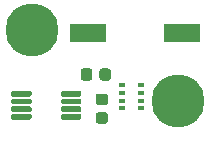
<source format=gbr>
%TF.GenerationSoftware,KiCad,Pcbnew,(5.1.6)-1*%
%TF.CreationDate,2020-12-16T03:54:26+01:00*%
%TF.ProjectId,envboard,656e7662-6f61-4726-942e-6b696361645f,rev?*%
%TF.SameCoordinates,Original*%
%TF.FileFunction,Soldermask,Top*%
%TF.FilePolarity,Negative*%
%FSLAX46Y46*%
G04 Gerber Fmt 4.6, Leading zero omitted, Abs format (unit mm)*
G04 Created by KiCad (PCBNEW (5.1.6)-1) date 2020-12-16 03:54:26*
%MOMM*%
%LPD*%
G01*
G04 APERTURE LIST*
%ADD10R,0.600000X0.450000*%
%ADD11R,3.100000X1.500000*%
%ADD12C,0.800000*%
%ADD13C,4.500000*%
G04 APERTURE END LIST*
D10*
%TO.C,U2*%
X52400000Y-50900000D03*
X54000000Y-51550000D03*
X54000000Y-52200000D03*
X54000000Y-52850000D03*
X52400000Y-51550000D03*
X52400000Y-52200000D03*
X52400000Y-52850000D03*
X54000000Y-50900000D03*
%TD*%
%TO.C,U1*%
G36*
G01*
X44750000Y-53450000D02*
X44750000Y-53700000D01*
G75*
G02*
X44625000Y-53825000I-125000J0D01*
G01*
X43150000Y-53825000D01*
G75*
G02*
X43025000Y-53700000I0J125000D01*
G01*
X43025000Y-53450000D01*
G75*
G02*
X43150000Y-53325000I125000J0D01*
G01*
X44625000Y-53325000D01*
G75*
G02*
X44750000Y-53450000I0J-125000D01*
G01*
G37*
G36*
G01*
X44750000Y-52800000D02*
X44750000Y-53050000D01*
G75*
G02*
X44625000Y-53175000I-125000J0D01*
G01*
X43150000Y-53175000D01*
G75*
G02*
X43025000Y-53050000I0J125000D01*
G01*
X43025000Y-52800000D01*
G75*
G02*
X43150000Y-52675000I125000J0D01*
G01*
X44625000Y-52675000D01*
G75*
G02*
X44750000Y-52800000I0J-125000D01*
G01*
G37*
G36*
G01*
X44750000Y-52150000D02*
X44750000Y-52400000D01*
G75*
G02*
X44625000Y-52525000I-125000J0D01*
G01*
X43150000Y-52525000D01*
G75*
G02*
X43025000Y-52400000I0J125000D01*
G01*
X43025000Y-52150000D01*
G75*
G02*
X43150000Y-52025000I125000J0D01*
G01*
X44625000Y-52025000D01*
G75*
G02*
X44750000Y-52150000I0J-125000D01*
G01*
G37*
G36*
G01*
X44750000Y-51500000D02*
X44750000Y-51750000D01*
G75*
G02*
X44625000Y-51875000I-125000J0D01*
G01*
X43150000Y-51875000D01*
G75*
G02*
X43025000Y-51750000I0J125000D01*
G01*
X43025000Y-51500000D01*
G75*
G02*
X43150000Y-51375000I125000J0D01*
G01*
X44625000Y-51375000D01*
G75*
G02*
X44750000Y-51500000I0J-125000D01*
G01*
G37*
G36*
G01*
X48975000Y-51500000D02*
X48975000Y-51750000D01*
G75*
G02*
X48850000Y-51875000I-125000J0D01*
G01*
X47375000Y-51875000D01*
G75*
G02*
X47250000Y-51750000I0J125000D01*
G01*
X47250000Y-51500000D01*
G75*
G02*
X47375000Y-51375000I125000J0D01*
G01*
X48850000Y-51375000D01*
G75*
G02*
X48975000Y-51500000I0J-125000D01*
G01*
G37*
G36*
G01*
X48975000Y-52150000D02*
X48975000Y-52400000D01*
G75*
G02*
X48850000Y-52525000I-125000J0D01*
G01*
X47375000Y-52525000D01*
G75*
G02*
X47250000Y-52400000I0J125000D01*
G01*
X47250000Y-52150000D01*
G75*
G02*
X47375000Y-52025000I125000J0D01*
G01*
X48850000Y-52025000D01*
G75*
G02*
X48975000Y-52150000I0J-125000D01*
G01*
G37*
G36*
G01*
X48975000Y-52800000D02*
X48975000Y-53050000D01*
G75*
G02*
X48850000Y-53175000I-125000J0D01*
G01*
X47375000Y-53175000D01*
G75*
G02*
X47250000Y-53050000I0J125000D01*
G01*
X47250000Y-52800000D01*
G75*
G02*
X47375000Y-52675000I125000J0D01*
G01*
X48850000Y-52675000D01*
G75*
G02*
X48975000Y-52800000I0J-125000D01*
G01*
G37*
G36*
G01*
X48975000Y-53450000D02*
X48975000Y-53700000D01*
G75*
G02*
X48850000Y-53825000I-125000J0D01*
G01*
X47375000Y-53825000D01*
G75*
G02*
X47250000Y-53700000I0J125000D01*
G01*
X47250000Y-53450000D01*
G75*
G02*
X47375000Y-53325000I125000J0D01*
G01*
X48850000Y-53325000D01*
G75*
G02*
X48975000Y-53450000I0J-125000D01*
G01*
G37*
%TD*%
D11*
%TO.C,SW1*%
X49500000Y-46500000D03*
X57500000Y-46500000D03*
%TD*%
D12*
%TO.C,H2*%
X58333452Y-51083274D03*
X57166726Y-50600000D03*
X56000000Y-51083274D03*
X55516726Y-52250000D03*
X56000000Y-53416726D03*
X57166726Y-53900000D03*
X58333452Y-53416726D03*
X58816726Y-52250000D03*
D13*
X57166726Y-52250000D03*
%TD*%
D12*
%TO.C,H1*%
X45916726Y-45083274D03*
X44750000Y-44600000D03*
X43583274Y-45083274D03*
X43100000Y-46250000D03*
X43583274Y-47416726D03*
X44750000Y-47900000D03*
X45916726Y-47416726D03*
X46400000Y-46250000D03*
D13*
X44750000Y-46250000D03*
%TD*%
%TO.C,C2*%
G36*
G01*
X50981250Y-52587500D02*
X50418750Y-52587500D01*
G75*
G02*
X50175000Y-52343750I0J243750D01*
G01*
X50175000Y-51856250D01*
G75*
G02*
X50418750Y-51612500I243750J0D01*
G01*
X50981250Y-51612500D01*
G75*
G02*
X51225000Y-51856250I0J-243750D01*
G01*
X51225000Y-52343750D01*
G75*
G02*
X50981250Y-52587500I-243750J0D01*
G01*
G37*
G36*
G01*
X50981250Y-54162500D02*
X50418750Y-54162500D01*
G75*
G02*
X50175000Y-53918750I0J243750D01*
G01*
X50175000Y-53431250D01*
G75*
G02*
X50418750Y-53187500I243750J0D01*
G01*
X50981250Y-53187500D01*
G75*
G02*
X51225000Y-53431250I0J-243750D01*
G01*
X51225000Y-53918750D01*
G75*
G02*
X50981250Y-54162500I-243750J0D01*
G01*
G37*
%TD*%
%TO.C,C1*%
G36*
G01*
X49887500Y-49718750D02*
X49887500Y-50281250D01*
G75*
G02*
X49643750Y-50525000I-243750J0D01*
G01*
X49156250Y-50525000D01*
G75*
G02*
X48912500Y-50281250I0J243750D01*
G01*
X48912500Y-49718750D01*
G75*
G02*
X49156250Y-49475000I243750J0D01*
G01*
X49643750Y-49475000D01*
G75*
G02*
X49887500Y-49718750I0J-243750D01*
G01*
G37*
G36*
G01*
X51462500Y-49718750D02*
X51462500Y-50281250D01*
G75*
G02*
X51218750Y-50525000I-243750J0D01*
G01*
X50731250Y-50525000D01*
G75*
G02*
X50487500Y-50281250I0J243750D01*
G01*
X50487500Y-49718750D01*
G75*
G02*
X50731250Y-49475000I243750J0D01*
G01*
X51218750Y-49475000D01*
G75*
G02*
X51462500Y-49718750I0J-243750D01*
G01*
G37*
%TD*%
M02*

</source>
